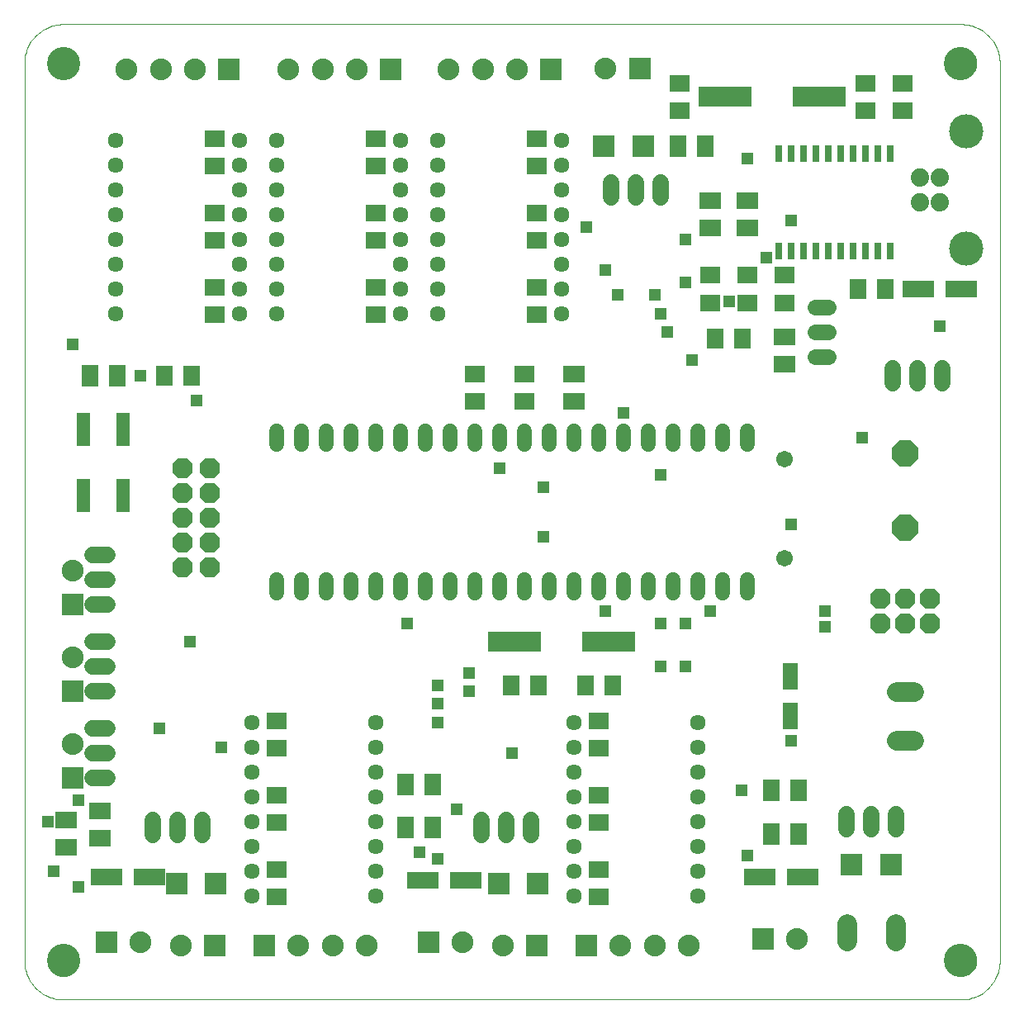
<source format=gts>
G75*
G70*
%OFA0B0*%
%FSLAX24Y24*%
%IPPOS*%
%LPD*%
%AMOC8*
5,1,8,0,0,1.08239X$1,22.5*
%
%ADD10R,0.0316X0.0671*%
%ADD11R,0.2180X0.0840*%
%ADD12R,0.0789X0.0710*%
%ADD13C,0.0740*%
%ADD14C,0.1380*%
%ADD15R,0.0710X0.0789*%
%ADD16R,0.0710X0.0867*%
%ADD17R,0.0790X0.0710*%
%ADD18R,0.0867X0.0710*%
%ADD19C,0.0600*%
%ADD20C,0.0671*%
%ADD21R,0.0631X0.1104*%
%ADD22R,0.1261X0.0710*%
%ADD23OC8,0.0820*%
%ADD24R,0.0552X0.1340*%
%ADD25C,0.0785*%
%ADD26R,0.0867X0.0867*%
%ADD27R,0.0880X0.0880*%
%ADD28C,0.0880*%
%ADD29C,0.0680*%
%ADD30C,0.0634*%
%ADD31C,0.0674*%
%ADD32C,0.0000*%
%ADD33C,0.1340*%
%ADD34OC8,0.1080*%
%ADD35C,0.0640*%
%ADD36R,0.0476X0.0476*%
D10*
X035066Y033632D03*
X035566Y033632D03*
X036066Y033632D03*
X036566Y033632D03*
X037066Y033632D03*
X037566Y033632D03*
X038066Y033632D03*
X038566Y033632D03*
X039066Y033632D03*
X039566Y033632D03*
X039566Y037569D03*
X039066Y037569D03*
X038566Y037569D03*
X038066Y037569D03*
X037566Y037569D03*
X037066Y037569D03*
X036566Y037569D03*
X036066Y037569D03*
X035566Y037569D03*
X035066Y037569D03*
D11*
X036716Y039851D03*
X032916Y039851D03*
X028216Y017851D03*
X024416Y017851D03*
D12*
X027816Y014652D03*
X027816Y013549D03*
X027816Y011652D03*
X027816Y010549D03*
X027816Y008652D03*
X027816Y007549D03*
X014816Y007549D03*
X014816Y008652D03*
X014816Y010549D03*
X014816Y011652D03*
X014816Y013549D03*
X014816Y014652D03*
X022816Y027549D03*
X022816Y028652D03*
X024816Y028652D03*
X024816Y027549D03*
X025316Y031049D03*
X025316Y032152D03*
X025316Y034049D03*
X025316Y035152D03*
X025316Y037049D03*
X025316Y038152D03*
X031066Y039299D03*
X031066Y040402D03*
X038566Y040402D03*
X038566Y039299D03*
X040066Y039299D03*
X040066Y040402D03*
X018816Y038152D03*
X018816Y037049D03*
X018816Y035152D03*
X018816Y034049D03*
X018816Y032152D03*
X018816Y031049D03*
X012316Y031049D03*
X012316Y032152D03*
X012316Y034049D03*
X012316Y035152D03*
X012316Y037049D03*
X012316Y038152D03*
D13*
X040786Y036593D03*
X041566Y036593D03*
X041566Y035609D03*
X040786Y035609D03*
D14*
X042636Y033731D03*
X042636Y038471D03*
D15*
X039367Y032101D03*
X038265Y032101D03*
X033617Y030101D03*
X032515Y030101D03*
X028367Y016101D03*
X027265Y016101D03*
X025367Y016101D03*
X024265Y016101D03*
X011367Y028601D03*
X010265Y028601D03*
D16*
X008367Y028601D03*
X007265Y028601D03*
X020015Y012101D03*
X021117Y012101D03*
X021117Y010351D03*
X020015Y010351D03*
X034765Y010101D03*
X035867Y010101D03*
X035867Y011851D03*
X034765Y011851D03*
X032117Y037851D03*
X031015Y037851D03*
D17*
X032316Y032660D03*
X032316Y031541D03*
X033816Y031541D03*
X033816Y032660D03*
X035316Y032660D03*
X035316Y031541D03*
D18*
X035316Y030152D03*
X035316Y029049D03*
X033816Y034549D03*
X033816Y035652D03*
X032316Y035652D03*
X032316Y034549D03*
X026816Y028652D03*
X026816Y027549D03*
X007691Y011027D03*
X007691Y009924D03*
X006316Y009549D03*
X006316Y010652D03*
D19*
X014816Y019841D02*
X014816Y020361D01*
X015816Y020361D02*
X015816Y019841D01*
X016816Y019841D02*
X016816Y020361D01*
X017816Y020361D02*
X017816Y019841D01*
X018816Y019841D02*
X018816Y020361D01*
X019816Y020361D02*
X019816Y019841D01*
X020816Y019841D02*
X020816Y020361D01*
X021816Y020361D02*
X021816Y019841D01*
X022816Y019841D02*
X022816Y020361D01*
X023816Y020361D02*
X023816Y019841D01*
X024816Y019841D02*
X024816Y020361D01*
X025816Y020361D02*
X025816Y019841D01*
X026816Y019841D02*
X026816Y020361D01*
X027816Y020361D02*
X027816Y019841D01*
X028816Y019841D02*
X028816Y020361D01*
X029816Y020361D02*
X029816Y019841D01*
X030816Y019841D02*
X030816Y020361D01*
X031816Y020361D02*
X031816Y019841D01*
X032816Y019841D02*
X032816Y020361D01*
X033816Y020361D02*
X033816Y019841D01*
X033816Y025841D02*
X033816Y026361D01*
X032816Y026361D02*
X032816Y025841D01*
X031816Y025841D02*
X031816Y026361D01*
X030816Y026361D02*
X030816Y025841D01*
X029816Y025841D02*
X029816Y026361D01*
X028816Y026361D02*
X028816Y025841D01*
X027816Y025841D02*
X027816Y026361D01*
X026816Y026361D02*
X026816Y025841D01*
X025816Y025841D02*
X025816Y026361D01*
X024816Y026361D02*
X024816Y025841D01*
X023816Y025841D02*
X023816Y026361D01*
X022816Y026361D02*
X022816Y025841D01*
X021816Y025841D02*
X021816Y026361D01*
X020816Y026361D02*
X020816Y025841D01*
X019816Y025841D02*
X019816Y026361D01*
X018816Y026361D02*
X018816Y025841D01*
X017816Y025841D02*
X017816Y026361D01*
X016816Y026361D02*
X016816Y025841D01*
X015816Y025841D02*
X015816Y026361D01*
X014816Y026361D02*
X014816Y025841D01*
D20*
X035316Y025226D03*
X035316Y021226D03*
D21*
X035558Y016475D03*
X035558Y014860D03*
D22*
X036057Y008351D03*
X034325Y008351D03*
X022432Y008226D03*
X020700Y008226D03*
X009682Y008351D03*
X007950Y008351D03*
X040700Y032101D03*
X042432Y032101D03*
D23*
X041191Y019601D03*
X040191Y019601D03*
X039191Y019601D03*
X039191Y018601D03*
X040191Y018601D03*
X041191Y018601D03*
X012116Y020851D03*
X011016Y020851D03*
X011016Y021851D03*
X011016Y022851D03*
X011016Y023851D03*
X011016Y024851D03*
X012116Y024851D03*
X012116Y023851D03*
X012116Y022851D03*
X012116Y021851D03*
D24*
X008603Y023762D03*
X007028Y023762D03*
X007028Y026439D03*
X008603Y026439D03*
D25*
X037831Y006453D02*
X037831Y005748D01*
X039800Y005748D02*
X039800Y006453D01*
X039838Y013866D02*
X040543Y013866D01*
X040543Y015835D02*
X039838Y015835D01*
D26*
X039603Y008851D03*
X038028Y008851D03*
X025353Y008101D03*
X023778Y008101D03*
X012353Y008101D03*
X010778Y008101D03*
X028028Y037851D03*
X029603Y037851D03*
D27*
X029469Y040998D03*
X025887Y040975D03*
X019422Y040975D03*
X012887Y040975D03*
X006566Y019351D03*
X006566Y015851D03*
X006566Y012351D03*
X007941Y005726D03*
X012316Y005601D03*
X014316Y005601D03*
X020941Y005726D03*
X025316Y005601D03*
X027316Y005601D03*
X034441Y005851D03*
D28*
X035819Y005851D03*
X031450Y005601D03*
X030072Y005601D03*
X028694Y005601D03*
X023938Y005601D03*
X022319Y005726D03*
X018450Y005601D03*
X017072Y005601D03*
X015694Y005601D03*
X010938Y005601D03*
X009319Y005726D03*
X006566Y013729D03*
X006566Y017229D03*
X006566Y020729D03*
X008753Y040975D03*
X010131Y040975D03*
X011509Y040975D03*
X015288Y040975D03*
X016666Y040975D03*
X018044Y040975D03*
X021753Y040975D03*
X023131Y040975D03*
X024509Y040975D03*
X028091Y040998D03*
D29*
X028316Y036401D02*
X028316Y035801D01*
X029316Y035801D02*
X029316Y036401D01*
X030316Y036401D02*
X030316Y035801D01*
X039691Y028901D02*
X039691Y028301D01*
X040691Y028301D02*
X040691Y028901D01*
X041691Y028901D02*
X041691Y028301D01*
X039816Y010901D02*
X039816Y010301D01*
X038816Y010301D02*
X038816Y010901D01*
X037816Y010901D02*
X037816Y010301D01*
X025066Y010051D02*
X025066Y010651D01*
X024066Y010651D02*
X024066Y010051D01*
X023066Y010051D02*
X023066Y010651D01*
X011816Y010651D02*
X011816Y010051D01*
X010816Y010051D02*
X010816Y010651D01*
X009816Y010651D02*
X009816Y010051D01*
D30*
X013816Y009601D03*
X013816Y010601D03*
X013816Y011601D03*
X013816Y012601D03*
X013816Y013601D03*
X013816Y014601D03*
X018816Y014601D03*
X018816Y013601D03*
X018816Y012601D03*
X018816Y011601D03*
X018816Y010601D03*
X018816Y009601D03*
X018816Y008601D03*
X018816Y007601D03*
X013816Y007601D03*
X013816Y008601D03*
X026816Y008601D03*
X026816Y007601D03*
X026816Y009601D03*
X026816Y010601D03*
X026816Y011601D03*
X026816Y012601D03*
X026816Y013601D03*
X026816Y014601D03*
X031816Y014601D03*
X031816Y013601D03*
X031816Y012601D03*
X031816Y011601D03*
X031816Y010601D03*
X031816Y009601D03*
X031816Y008601D03*
X031816Y007601D03*
X026316Y031101D03*
X026316Y032101D03*
X026316Y033101D03*
X026316Y034101D03*
X026316Y035101D03*
X026316Y036101D03*
X026316Y037101D03*
X026316Y038101D03*
X021316Y038101D03*
X021316Y037101D03*
X021316Y036101D03*
X021316Y035101D03*
X021316Y034101D03*
X021316Y033101D03*
X021316Y032101D03*
X021316Y031101D03*
X019816Y031101D03*
X019816Y032101D03*
X019816Y033101D03*
X019816Y034101D03*
X019816Y035101D03*
X019816Y036101D03*
X019816Y037101D03*
X019816Y038101D03*
X014816Y038101D03*
X014816Y037101D03*
X014816Y036101D03*
X014816Y035101D03*
X014816Y034101D03*
X014816Y033101D03*
X014816Y032101D03*
X014816Y031101D03*
X013316Y031101D03*
X013316Y032101D03*
X013316Y033101D03*
X013316Y034101D03*
X013316Y035101D03*
X013316Y036101D03*
X013316Y037101D03*
X013316Y038101D03*
X008316Y038101D03*
X008316Y037101D03*
X008316Y036101D03*
X008316Y035101D03*
X008316Y034101D03*
X008316Y033101D03*
X008316Y032101D03*
X008316Y031101D03*
D31*
X007988Y021351D02*
X007394Y021351D01*
X007394Y020351D02*
X007988Y020351D01*
X007988Y019351D02*
X007394Y019351D01*
X007394Y017851D02*
X007988Y017851D01*
X007988Y016851D02*
X007394Y016851D01*
X007394Y015851D02*
X007988Y015851D01*
X007988Y014351D02*
X007394Y014351D01*
X007394Y013351D02*
X007988Y013351D01*
X007988Y012351D02*
X007394Y012351D01*
D32*
X004631Y004990D02*
X004631Y041211D01*
X005576Y041211D02*
X005578Y041261D01*
X005584Y041311D01*
X005594Y041360D01*
X005608Y041408D01*
X005625Y041455D01*
X005646Y041500D01*
X005671Y041544D01*
X005699Y041585D01*
X005731Y041624D01*
X005765Y041661D01*
X005802Y041695D01*
X005842Y041725D01*
X005884Y041752D01*
X005928Y041776D01*
X005974Y041797D01*
X006021Y041813D01*
X006069Y041826D01*
X006119Y041835D01*
X006168Y041840D01*
X006219Y041841D01*
X006269Y041838D01*
X006318Y041831D01*
X006367Y041820D01*
X006415Y041805D01*
X006461Y041787D01*
X006506Y041765D01*
X006549Y041739D01*
X006590Y041710D01*
X006629Y041678D01*
X006665Y041643D01*
X006697Y041605D01*
X006727Y041565D01*
X006754Y041522D01*
X006777Y041478D01*
X006796Y041432D01*
X006812Y041384D01*
X006824Y041335D01*
X006832Y041286D01*
X006836Y041236D01*
X006836Y041186D01*
X006832Y041136D01*
X006824Y041087D01*
X006812Y041038D01*
X006796Y040990D01*
X006777Y040944D01*
X006754Y040900D01*
X006727Y040857D01*
X006697Y040817D01*
X006665Y040779D01*
X006629Y040744D01*
X006590Y040712D01*
X006549Y040683D01*
X006506Y040657D01*
X006461Y040635D01*
X006415Y040617D01*
X006367Y040602D01*
X006318Y040591D01*
X006269Y040584D01*
X006219Y040581D01*
X006168Y040582D01*
X006119Y040587D01*
X006069Y040596D01*
X006021Y040609D01*
X005974Y040625D01*
X005928Y040646D01*
X005884Y040670D01*
X005842Y040697D01*
X005802Y040727D01*
X005765Y040761D01*
X005731Y040798D01*
X005699Y040837D01*
X005671Y040878D01*
X005646Y040922D01*
X005625Y040967D01*
X005608Y041014D01*
X005594Y041062D01*
X005584Y041111D01*
X005578Y041161D01*
X005576Y041211D01*
X004631Y041211D02*
X004633Y041288D01*
X004639Y041365D01*
X004648Y041442D01*
X004661Y041518D01*
X004678Y041594D01*
X004699Y041668D01*
X004723Y041742D01*
X004751Y041814D01*
X004782Y041884D01*
X004817Y041953D01*
X004855Y042021D01*
X004896Y042086D01*
X004941Y042149D01*
X004989Y042210D01*
X005039Y042269D01*
X005092Y042325D01*
X005148Y042378D01*
X005207Y042428D01*
X005268Y042476D01*
X005331Y042521D01*
X005396Y042562D01*
X005464Y042600D01*
X005533Y042635D01*
X005603Y042666D01*
X005675Y042694D01*
X005749Y042718D01*
X005823Y042739D01*
X005899Y042756D01*
X005975Y042769D01*
X006052Y042778D01*
X006129Y042784D01*
X006206Y042786D01*
X042426Y042786D01*
X041796Y041211D02*
X041798Y041261D01*
X041804Y041311D01*
X041814Y041360D01*
X041828Y041408D01*
X041845Y041455D01*
X041866Y041500D01*
X041891Y041544D01*
X041919Y041585D01*
X041951Y041624D01*
X041985Y041661D01*
X042022Y041695D01*
X042062Y041725D01*
X042104Y041752D01*
X042148Y041776D01*
X042194Y041797D01*
X042241Y041813D01*
X042289Y041826D01*
X042339Y041835D01*
X042388Y041840D01*
X042439Y041841D01*
X042489Y041838D01*
X042538Y041831D01*
X042587Y041820D01*
X042635Y041805D01*
X042681Y041787D01*
X042726Y041765D01*
X042769Y041739D01*
X042810Y041710D01*
X042849Y041678D01*
X042885Y041643D01*
X042917Y041605D01*
X042947Y041565D01*
X042974Y041522D01*
X042997Y041478D01*
X043016Y041432D01*
X043032Y041384D01*
X043044Y041335D01*
X043052Y041286D01*
X043056Y041236D01*
X043056Y041186D01*
X043052Y041136D01*
X043044Y041087D01*
X043032Y041038D01*
X043016Y040990D01*
X042997Y040944D01*
X042974Y040900D01*
X042947Y040857D01*
X042917Y040817D01*
X042885Y040779D01*
X042849Y040744D01*
X042810Y040712D01*
X042769Y040683D01*
X042726Y040657D01*
X042681Y040635D01*
X042635Y040617D01*
X042587Y040602D01*
X042538Y040591D01*
X042489Y040584D01*
X042439Y040581D01*
X042388Y040582D01*
X042339Y040587D01*
X042289Y040596D01*
X042241Y040609D01*
X042194Y040625D01*
X042148Y040646D01*
X042104Y040670D01*
X042062Y040697D01*
X042022Y040727D01*
X041985Y040761D01*
X041951Y040798D01*
X041919Y040837D01*
X041891Y040878D01*
X041866Y040922D01*
X041845Y040967D01*
X041828Y041014D01*
X041814Y041062D01*
X041804Y041111D01*
X041798Y041161D01*
X041796Y041211D01*
X042426Y042786D02*
X042503Y042784D01*
X042580Y042778D01*
X042657Y042769D01*
X042733Y042756D01*
X042809Y042739D01*
X042883Y042718D01*
X042957Y042694D01*
X043029Y042666D01*
X043099Y042635D01*
X043168Y042600D01*
X043236Y042562D01*
X043301Y042521D01*
X043364Y042476D01*
X043425Y042428D01*
X043484Y042378D01*
X043540Y042325D01*
X043593Y042269D01*
X043643Y042210D01*
X043691Y042149D01*
X043736Y042086D01*
X043777Y042021D01*
X043815Y041953D01*
X043850Y041884D01*
X043881Y041814D01*
X043909Y041742D01*
X043933Y041668D01*
X043954Y041594D01*
X043971Y041518D01*
X043984Y041442D01*
X043993Y041365D01*
X043999Y041288D01*
X044001Y041211D01*
X044001Y004990D01*
X041796Y004990D02*
X041798Y005040D01*
X041804Y005090D01*
X041814Y005139D01*
X041828Y005187D01*
X041845Y005234D01*
X041866Y005279D01*
X041891Y005323D01*
X041919Y005364D01*
X041951Y005403D01*
X041985Y005440D01*
X042022Y005474D01*
X042062Y005504D01*
X042104Y005531D01*
X042148Y005555D01*
X042194Y005576D01*
X042241Y005592D01*
X042289Y005605D01*
X042339Y005614D01*
X042388Y005619D01*
X042439Y005620D01*
X042489Y005617D01*
X042538Y005610D01*
X042587Y005599D01*
X042635Y005584D01*
X042681Y005566D01*
X042726Y005544D01*
X042769Y005518D01*
X042810Y005489D01*
X042849Y005457D01*
X042885Y005422D01*
X042917Y005384D01*
X042947Y005344D01*
X042974Y005301D01*
X042997Y005257D01*
X043016Y005211D01*
X043032Y005163D01*
X043044Y005114D01*
X043052Y005065D01*
X043056Y005015D01*
X043056Y004965D01*
X043052Y004915D01*
X043044Y004866D01*
X043032Y004817D01*
X043016Y004769D01*
X042997Y004723D01*
X042974Y004679D01*
X042947Y004636D01*
X042917Y004596D01*
X042885Y004558D01*
X042849Y004523D01*
X042810Y004491D01*
X042769Y004462D01*
X042726Y004436D01*
X042681Y004414D01*
X042635Y004396D01*
X042587Y004381D01*
X042538Y004370D01*
X042489Y004363D01*
X042439Y004360D01*
X042388Y004361D01*
X042339Y004366D01*
X042289Y004375D01*
X042241Y004388D01*
X042194Y004404D01*
X042148Y004425D01*
X042104Y004449D01*
X042062Y004476D01*
X042022Y004506D01*
X041985Y004540D01*
X041951Y004577D01*
X041919Y004616D01*
X041891Y004657D01*
X041866Y004701D01*
X041845Y004746D01*
X041828Y004793D01*
X041814Y004841D01*
X041804Y004890D01*
X041798Y004940D01*
X041796Y004990D01*
X042426Y003415D02*
X042503Y003417D01*
X042580Y003423D01*
X042657Y003432D01*
X042733Y003445D01*
X042809Y003462D01*
X042883Y003483D01*
X042957Y003507D01*
X043029Y003535D01*
X043099Y003566D01*
X043168Y003601D01*
X043236Y003639D01*
X043301Y003680D01*
X043364Y003725D01*
X043425Y003773D01*
X043484Y003823D01*
X043540Y003876D01*
X043593Y003932D01*
X043643Y003991D01*
X043691Y004052D01*
X043736Y004115D01*
X043777Y004180D01*
X043815Y004248D01*
X043850Y004317D01*
X043881Y004387D01*
X043909Y004459D01*
X043933Y004533D01*
X043954Y004607D01*
X043971Y004683D01*
X043984Y004759D01*
X043993Y004836D01*
X043999Y004913D01*
X044001Y004990D01*
X042426Y003416D02*
X006206Y003416D01*
X005576Y004990D02*
X005578Y005040D01*
X005584Y005090D01*
X005594Y005139D01*
X005608Y005187D01*
X005625Y005234D01*
X005646Y005279D01*
X005671Y005323D01*
X005699Y005364D01*
X005731Y005403D01*
X005765Y005440D01*
X005802Y005474D01*
X005842Y005504D01*
X005884Y005531D01*
X005928Y005555D01*
X005974Y005576D01*
X006021Y005592D01*
X006069Y005605D01*
X006119Y005614D01*
X006168Y005619D01*
X006219Y005620D01*
X006269Y005617D01*
X006318Y005610D01*
X006367Y005599D01*
X006415Y005584D01*
X006461Y005566D01*
X006506Y005544D01*
X006549Y005518D01*
X006590Y005489D01*
X006629Y005457D01*
X006665Y005422D01*
X006697Y005384D01*
X006727Y005344D01*
X006754Y005301D01*
X006777Y005257D01*
X006796Y005211D01*
X006812Y005163D01*
X006824Y005114D01*
X006832Y005065D01*
X006836Y005015D01*
X006836Y004965D01*
X006832Y004915D01*
X006824Y004866D01*
X006812Y004817D01*
X006796Y004769D01*
X006777Y004723D01*
X006754Y004679D01*
X006727Y004636D01*
X006697Y004596D01*
X006665Y004558D01*
X006629Y004523D01*
X006590Y004491D01*
X006549Y004462D01*
X006506Y004436D01*
X006461Y004414D01*
X006415Y004396D01*
X006367Y004381D01*
X006318Y004370D01*
X006269Y004363D01*
X006219Y004360D01*
X006168Y004361D01*
X006119Y004366D01*
X006069Y004375D01*
X006021Y004388D01*
X005974Y004404D01*
X005928Y004425D01*
X005884Y004449D01*
X005842Y004476D01*
X005802Y004506D01*
X005765Y004540D01*
X005731Y004577D01*
X005699Y004616D01*
X005671Y004657D01*
X005646Y004701D01*
X005625Y004746D01*
X005608Y004793D01*
X005594Y004841D01*
X005584Y004890D01*
X005578Y004940D01*
X005576Y004990D01*
X004631Y004990D02*
X004633Y004913D01*
X004639Y004836D01*
X004648Y004759D01*
X004661Y004683D01*
X004678Y004607D01*
X004699Y004533D01*
X004723Y004459D01*
X004751Y004387D01*
X004782Y004317D01*
X004817Y004248D01*
X004855Y004180D01*
X004896Y004115D01*
X004941Y004052D01*
X004989Y003991D01*
X005039Y003932D01*
X005092Y003876D01*
X005148Y003823D01*
X005207Y003773D01*
X005268Y003725D01*
X005331Y003680D01*
X005396Y003639D01*
X005464Y003601D01*
X005533Y003566D01*
X005603Y003535D01*
X005675Y003507D01*
X005749Y003483D01*
X005823Y003462D01*
X005899Y003445D01*
X005975Y003432D01*
X006052Y003423D01*
X006129Y003417D01*
X006206Y003415D01*
D33*
X006206Y004990D03*
X042426Y004990D03*
X042426Y041211D03*
X006206Y041211D03*
D34*
X040191Y025476D03*
X040191Y022476D03*
D35*
X037096Y029351D02*
X036536Y029351D01*
X036536Y030351D02*
X037096Y030351D01*
X037096Y031351D02*
X036536Y031351D01*
D36*
X034566Y033351D03*
X035566Y034851D03*
X033816Y037351D03*
X031316Y034101D03*
X031316Y032351D03*
X030066Y031851D03*
X030316Y031101D03*
X030566Y030351D03*
X031566Y029226D03*
X033066Y031601D03*
X028566Y031851D03*
X028066Y032851D03*
X027316Y034601D03*
X028816Y027101D03*
X030316Y024601D03*
X025566Y024101D03*
X023816Y024851D03*
X025566Y022101D03*
X028066Y019101D03*
X030316Y018601D03*
X031316Y018601D03*
X032316Y019101D03*
X031316Y016851D03*
X030316Y016851D03*
X035591Y013868D03*
X033566Y011851D03*
X033816Y009226D03*
X036941Y018476D03*
X036941Y019101D03*
X035566Y022601D03*
X038441Y026101D03*
X041566Y030601D03*
X024316Y013351D03*
X022566Y015851D03*
X022566Y016601D03*
X021316Y016101D03*
X021316Y015351D03*
X021316Y014601D03*
X022066Y011101D03*
X021316Y009101D03*
X020566Y009351D03*
X012566Y013601D03*
X010066Y014351D03*
X006816Y011476D03*
X005566Y010601D03*
X005816Y008601D03*
X006816Y007976D03*
X011316Y017851D03*
X020066Y018601D03*
X011566Y027601D03*
X009316Y028601D03*
X006566Y029851D03*
M02*

</source>
